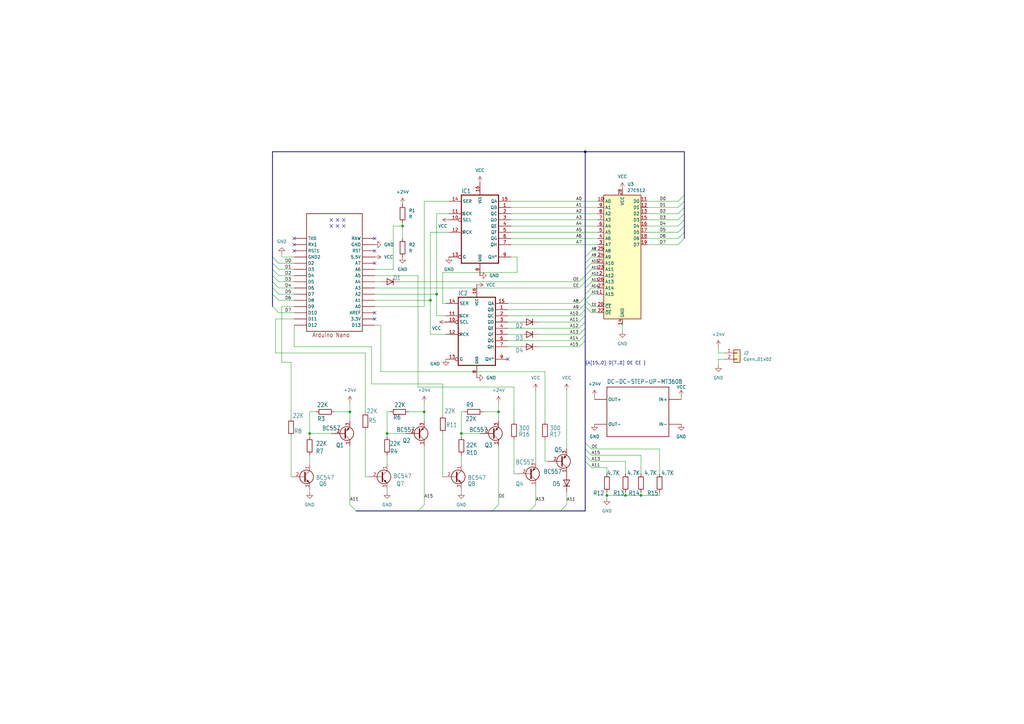
<source format=kicad_sch>
(kicad_sch (version 20231120) (generator "eeschema") (generator_version "8.0")
  (paper "A3")
  (junction (at 127 177.8))
  (junction (at 189.23 177.8))
  (junction (at 158.75 177.8))
  (junction (at 176.53 123.19))
  (junction (at 240.03 62.23))
  (junction (at 165.1 92.71))
  (junction (at 143.51 168.91))
  (junction (at 179.07 120.65))
  (junction (at 204.47 168.91))
  (junction (at 248.92 203.2))
  (junction (at 262.89 203.2))
  (junction (at 173.99 168.91))
  (junction (at 256.54 203.2))
  (no_connect (at 120.65 100.33))
  (no_connect (at 153.67 130.81))
  (no_connect (at 135.89 92.71))
  (no_connect (at 208.28 147.32))
  (no_connect (at 135.89 90.17))
  (no_connect (at 138.43 90.17))
  (no_connect (at 153.67 128.27))
  (no_connect (at 120.65 102.87))
  (no_connect (at 153.67 107.95))
  (no_connect (at 153.67 102.87))
  (no_connect (at 120.65 97.79))
  (no_connect (at 140.97 92.71))
  (no_connect (at 140.97 90.17))
  (no_connect (at 138.43 92.71))
  (no_connect (at 153.67 97.79))
  (bus_entry (at 232.41 207.01) (size -2.54 2.54))
  (bus_entry (at 242.57 128.27) (size -2.54 -2.54))
  (bus_entry (at 278.13 85.09) (size 2.54 -2.54))
  (bus_entry (at 240.03 123.19) (size 2.54 -2.54))
  (bus_entry (at 111.76 113.03) (size 2.54 2.54))
  (bus_entry (at 278.13 97.79) (size 2.54 -2.54))
  (bus_entry (at 280.67 80.01) (size -2.54 2.54))
  (bus_entry (at 242.57 125.73) (size -2.54 -2.54))
  (bus_entry (at 111.76 105.41) (size 2.54 2.54))
  (bus_entry (at 111.76 115.57) (size 2.54 2.54))
  (bus_entry (at 173.99 207.01) (size -2.54 2.54))
  (bus_entry (at 111.76 110.49) (size 2.54 2.54))
  (bus_entry (at 278.13 90.17) (size 2.54 -2.54))
  (bus_entry (at 237.49 124.46) (size 2.54 -2.54))
  (bus_entry (at 240.03 110.49) (size 2.54 -2.54))
  (bus_entry (at 278.13 92.71) (size 2.54 -2.54))
  (bus_entry (at 240.03 113.03) (size 2.54 -2.54))
  (bus_entry (at 240.03 105.41) (size 2.54 -2.54))
  (bus_entry (at 240.03 107.95) (size 2.54 -2.54))
  (bus_entry (at 242.57 184.15) (size -2.54 -2.54))
  (bus_entry (at 240.03 118.11) (size 2.54 -2.54))
  (bus_entry (at 237.49 118.11) (size 2.54 -2.54))
  (bus_entry (at 111.76 120.65) (size 2.54 2.54))
  (bus_entry (at 237.49 115.57) (size 2.54 -2.54))
  (bus_entry (at 278.13 100.33) (size 2.54 -2.54))
  (bus_entry (at 111.76 118.11) (size 2.54 2.54))
  (bus_entry (at 237.49 129.54) (size 2.54 -2.54))
  (bus_entry (at 242.57 191.77) (size -2.54 -2.54))
  (bus_entry (at 204.47 207.01) (size -2.54 2.54))
  (bus_entry (at 278.13 95.25) (size 2.54 -2.54))
  (bus_entry (at 111.76 125.73) (size 2.54 2.54))
  (bus_entry (at 111.76 107.95) (size 2.54 2.54))
  (bus_entry (at 237.49 127) (size 2.54 -2.54))
  (bus_entry (at 237.49 137.16) (size 2.54 -2.54))
  (bus_entry (at 240.03 120.65) (size 2.54 -2.54))
  (bus_entry (at 240.03 115.57) (size 2.54 -2.54))
  (bus_entry (at 237.49 134.62) (size 2.54 -2.54))
  (bus_entry (at 237.49 142.24) (size 2.54 -2.54))
  (bus_entry (at 219.71 207.01) (size -2.54 2.54))
  (bus_entry (at 237.49 132.08) (size 2.54 -2.54))
  (bus_entry (at 242.57 186.69) (size -2.54 -2.54))
  (bus_entry (at 237.49 139.7) (size 2.54 -2.54))
  (bus_entry (at 143.51 207.01) (size 2.54 2.54))
  (bus_entry (at 242.57 189.23) (size -2.54 -2.54))
  (bus_entry (at 278.13 87.63) (size 2.54 -2.54))
  (wire (pts (xy 127 189.23) (xy 127 190.5)) (stroke (width 0.1524)))
  (bus (pts (xy 111.76 113.03) (xy 111.76 110.49)))
  (wire (pts (xy 223.52 152.4) (xy 156.21 152.4)) (stroke (width 0.1524)))
  (wire (pts (xy 171.45 113.03) (xy 171.45 158.75)) (stroke (width 0.1524)))
  (bus (pts (xy 240.03 113.03) (xy 240.03 115.57)))
  (bus (pts (xy 146.05 209.55) (xy 171.45 209.55)))
  (wire (pts (xy 184.15 87.63) (xy 179.07 87.63)) (stroke (width 0.1524)))
  (wire (pts (xy 120.65 130.81) (xy 113.03 130.81)) (stroke (width 0.1524)))
  (wire (pts (xy 153.67 115.57) (xy 156.21 115.57)))
  (wire (pts (xy 223.52 170.18) (xy 223.52 152.4)) (stroke (width 0.1524)))
  (bus (pts (xy 280.67 90.17) (xy 280.67 92.71)))
  (bus (pts (xy 240.03 105.41) (xy 240.03 107.95)))
  (wire (pts (xy 265.43 90.17) (xy 278.13 90.17)) (stroke (width 0.1524)))
  (wire (pts (xy 153.67 113.03) (xy 171.45 113.03)) (stroke (width 0.1524)))
  (wire (pts (xy 209.55 100.33) (xy 245.11 100.33)) (stroke (width 0.1524)))
  (bus (pts (xy 240.03 129.54) (xy 240.03 132.08)))
  (wire (pts (xy 152.4 142.24) (xy 152.4 157.48)) (stroke (width 0.1524)))
  (bus (pts (xy 240.03 137.16) (xy 240.03 139.7)))
  (wire (pts (xy 173.99 182.88) (xy 173.99 207.01)) (stroke (width 0.1524)))
  (wire (pts (xy 113.03 144.78) (xy 149.86 144.78)) (stroke (width 0.1524)))
  (wire (pts (xy 279.4 163.83) (xy 279.4 162.56)) (stroke (width 0.1524)))
  (bus (pts (xy 280.67 62.23) (xy 280.67 80.01)))
  (wire (pts (xy 163.83 115.57) (xy 231.14 115.57)) (stroke (width 0.1524)))
  (bus (pts (xy 280.67 85.09) (xy 280.67 87.63)))
  (wire (pts (xy 181.61 157.48) (xy 152.4 157.48)) (stroke (width 0.1524)))
  (wire (pts (xy 204.47 172.72) (xy 204.47 168.91)) (stroke (width 0.1524)))
  (wire (pts (xy 181.61 195.58) (xy 181.61 180.34)) (stroke (width 0.1524)))
  (wire (pts (xy 189.23 186.69) (xy 189.23 189.23)))
  (wire (pts (xy 165.1 92.71) (xy 165.1 95.25)) (stroke (width 0.1524)))
  (wire (pts (xy 156.21 152.4) (xy 156.21 133.35)) (stroke (width 0.1524)))
  (wire (pts (xy 189.23 168.91) (xy 189.23 177.8)) (stroke (width 0.1524)))
  (wire (pts (xy 270.51 203.2) (xy 262.89 203.2)) (stroke (width 0.1524)))
  (wire (pts (xy 114.3 113.03) (xy 120.65 113.03)))
  (wire (pts (xy 181.61 177.8) (xy 181.61 180.34)))
  (wire (pts (xy 208.28 129.54) (xy 237.49 129.54)) (stroke (width 0.1524)))
  (wire (pts (xy 210.82 158.75) (xy 210.82 170.18)) (stroke (width 0.1524)))
  (wire (pts (xy 248.92 203.2) (xy 248.92 201.93)) (stroke (width 0.1524)))
  (wire (pts (xy 245.11 118.11) (xy 242.57 118.11)) (stroke (width 0.1524)))
  (wire (pts (xy 179.07 120.65) (xy 179.07 129.54)) (stroke (width 0.1524)))
  (wire (pts (xy 189.23 177.8) (xy 189.23 179.07)) (stroke (width 0.1524)))
  (bus (pts (xy 111.76 120.65) (xy 111.76 118.11)))
  (wire (pts (xy 270.51 191.77) (xy 270.51 194.31)))
  (wire (pts (xy 245.11 115.57) (xy 242.57 115.57)) (stroke (width 0.1524)))
  (wire (pts (xy 189.23 177.8) (xy 196.85 177.8)))
  (wire (pts (xy 210.82 180.34) (xy 210.82 194.31)) (stroke (width 0.1524)))
  (bus (pts (xy 280.67 80.01) (xy 280.67 82.55)))
  (bus (pts (xy 240.03 62.23) (xy 280.67 62.23)))
  (wire (pts (xy 114.3 123.19) (xy 120.65 123.19)))
  (bus (pts (xy 111.76 105.41) (xy 111.76 107.95)))
  (wire (pts (xy 114.3 120.65) (xy 120.65 120.65)))
  (wire (pts (xy 129.54 168.91) (xy 127 168.91)) (stroke (width 0.1524)))
  (wire (pts (xy 265.43 100.33) (xy 278.13 100.33)) (stroke (width 0.1524)))
  (wire (pts (xy 139.7 168.91) (xy 143.51 168.91)) (stroke (width 0.1524)))
  (wire (pts (xy 173.99 165.1) (xy 173.99 168.91)) (stroke (width 0.1524)))
  (wire (pts (xy 119.38 105.41) (xy 115.57 105.41)))
  (wire (pts (xy 176.53 123.19) (xy 176.53 137.16)) (stroke (width 0.1524)))
  (wire (pts (xy 245.11 113.03) (xy 242.57 113.03)) (stroke (width 0.1524)))
  (wire (pts (xy 181.61 170.18) (xy 181.61 157.48)) (stroke (width 0.1524)))
  (wire (pts (xy 270.51 184.15) (xy 242.57 184.15)) (stroke (width 0.1524)))
  (wire (pts (xy 265.43 85.09) (xy 278.13 85.09)) (stroke (width 0.1524)))
  (wire (pts (xy 173.99 168.91) (xy 173.99 172.72)) (stroke (width 0.1524)))
  (wire (pts (xy 209.55 87.63) (xy 245.11 87.63)) (stroke (width 0.1524)))
  (wire (pts (xy 208.28 142.24) (xy 213.36 142.24)))
  (wire (pts (xy 167.64 168.91) (xy 170.18 168.91)))
  (bus (pts (xy 280.67 87.63) (xy 280.67 90.17)))
  (wire (pts (xy 245.11 107.95) (xy 242.57 107.95)) (stroke (width 0.1524)))
  (wire (pts (xy 209.55 95.25) (xy 245.11 95.25)) (stroke (width 0.1524)))
  (bus (pts (xy 240.03 120.65) (xy 240.03 121.92)))
  (wire (pts (xy 160.02 168.91) (xy 158.75 168.91)) (stroke (width 0.1524)))
  (wire (pts (xy 143.51 182.88) (xy 143.51 207.01)))
  (wire (pts (xy 265.43 97.79) (xy 278.13 97.79)))
  (bus (pts (xy 240.03 184.15) (xy 240.03 181.61)))
  (wire (pts (xy 184.15 95.25) (xy 176.53 95.25)) (stroke (width 0.1524)))
  (wire (pts (xy 115.57 125.73) (xy 120.65 125.73)) (stroke (width 0.1524)))
  (wire (pts (xy 208.28 127) (xy 237.49 127)) (stroke (width 0.1524)))
  (wire (pts (xy 220.98 142.24) (xy 237.49 142.24)))
  (wire (pts (xy 115.57 148.59) (xy 119.38 148.59)) (stroke (width 0.1524)))
  (wire (pts (xy 127 177.8) (xy 127 179.07)) (stroke (width 0.1524)))
  (wire (pts (xy 262.89 191.77) (xy 262.89 194.31)))
  (wire (pts (xy 149.86 176.53) (xy 149.86 195.58)))
  (bus (pts (xy 111.76 118.11) (xy 111.76 115.57)))
  (wire (pts (xy 179.07 87.63) (xy 179.07 120.65)) (stroke (width 0.1524)))
  (wire (pts (xy 210.82 170.18) (xy 210.82 172.72)))
  (wire (pts (xy 209.55 82.55) (xy 245.11 82.55)) (stroke (width 0.1524)))
  (wire (pts (xy 209.55 92.71) (xy 245.11 92.71)) (stroke (width 0.1524)))
  (wire (pts (xy 256.54 201.93) (xy 256.54 203.2)) (stroke (width 0.1524)))
  (wire (pts (xy 245.11 110.49) (xy 242.57 110.49)) (stroke (width 0.1524)))
  (wire (pts (xy 158.75 177.8) (xy 166.37 177.8)))
  (wire (pts (xy 245.11 102.87) (xy 242.57 102.87)) (stroke (width 0.1524)))
  (wire (pts (xy 220.98 132.08) (xy 237.49 132.08)))
  (bus (pts (xy 240.03 186.69) (xy 240.03 184.15)))
  (wire (pts (xy 119.38 179.07) (xy 119.38 195.58)) (stroke (width 0.1524)))
  (wire (pts (xy 255.27 133.35) (xy 255.27 135.89)))
  (wire (pts (xy 176.53 95.25) (xy 176.53 123.19)) (stroke (width 0.1524)))
  (wire (pts (xy 223.52 189.23) (xy 224.79 189.23)))
  (wire (pts (xy 204.47 165.1) (xy 204.47 168.91)))
  (bus (pts (xy 171.45 209.55) (xy 201.93 209.55)))
  (bus (pts (xy 111.76 62.23) (xy 111.76 105.41)))
  (wire (pts (xy 114.3 118.11) (xy 120.65 118.11)))
  (wire (pts (xy 153.67 125.73) (xy 173.99 125.73)) (stroke (width 0.1524)))
  (wire (pts (xy 173.99 125.73) (xy 173.99 82.55)) (stroke (width 0.1524)))
  (bus (pts (xy 240.03 124.46) (xy 240.03 125.73)))
  (bus (pts (xy 280.67 95.25) (xy 280.67 97.79)))
  (wire (pts (xy 149.86 195.58) (xy 151.13 195.58)))
  (wire (pts (xy 245.11 105.41) (xy 242.57 105.41)) (stroke (width 0.1524)))
  (wire (pts (xy 265.43 95.25) (xy 278.13 95.25)) (stroke (width 0.1524)))
  (wire (pts (xy 158.75 186.69) (xy 158.75 189.23)))
  (bus (pts (xy 240.03 132.08) (xy 240.03 134.62)))
  (bus (pts (xy 240.03 209.55) (xy 240.03 189.23)))
  (bus (pts (xy 201.93 209.55) (xy 217.17 209.55)))
  (bus (pts (xy 240.03 139.7) (xy 240.03 181.61)))
  (bus (pts (xy 111.76 62.23) (xy 240.03 62.23)))
  (bus (pts (xy 217.17 209.55) (xy 229.87 209.55)))
  (wire (pts (xy 113.03 130.81) (xy 113.03 144.78)) (stroke (width 0.1524)))
  (wire (pts (xy 204.47 182.88) (xy 204.47 207.01)) (stroke (width 0.1524)))
  (wire (pts (xy 208.28 134.62) (xy 237.49 134.62)) (stroke (width 0.1524)))
  (wire (pts (xy 294.64 147.32) (xy 297.18 147.32)))
  (wire (pts (xy 149.86 144.78) (xy 149.86 168.91)) (stroke (width 0.1524)))
  (wire (pts (xy 210.82 194.31) (xy 212.09 194.31)))
  (wire (pts (xy 115.57 125.73) (xy 115.57 148.59)) (stroke (width 0.1524)))
  (wire (pts (xy 114.3 110.49) (xy 120.65 110.49)))
  (wire (pts (xy 208.28 124.46) (xy 237.49 124.46)) (stroke (width 0.1524)))
  (wire (pts (xy 223.52 189.23) (xy 223.52 180.34)) (stroke (width 0.1524)))
  (bus (pts (xy 240.03 127) (xy 240.03 129.54)))
  (wire (pts (xy 219.71 189.23) (xy 219.71 160.02)) (stroke (width 0.1524)))
  (wire (pts (xy 209.55 90.17) (xy 245.11 90.17)) (stroke (width 0.1524)))
  (wire (pts (xy 208.28 132.08) (xy 213.36 132.08)))
  (bus (pts (xy 240.03 118.11) (xy 240.03 120.65)))
  (bus (pts (xy 111.76 110.49) (xy 111.76 107.95)))
  (wire (pts (xy 198.12 168.91) (xy 200.66 168.91)))
  (wire (pts (xy 208.28 137.16) (xy 213.36 137.16)))
  (wire (pts (xy 256.54 191.77) (xy 256.54 189.23)) (stroke (width 0.1524)))
  (wire (pts (xy 158.75 190.5) (xy 158.75 189.23)) (stroke (width 0.1524)))
  (wire (pts (xy 294.64 142.24) (xy 294.64 144.78)))
  (wire (pts (xy 262.89 191.77) (xy 262.89 186.69)) (stroke (width 0.1524)))
  (wire (pts (xy 256.54 189.23) (xy 242.57 189.23)) (stroke (width 0.1524)))
  (bus (pts (xy 229.87 209.55) (xy 240.03 209.55)))
  (wire (pts (xy 153.67 123.19) (xy 176.53 123.19)) (stroke (width 0.1524)))
  (bus (pts (xy 240.03 107.95) (xy 240.03 110.49)))
  (wire (pts (xy 181.61 111.76) (xy 181.61 124.46)) (stroke (width 0.1524)))
  (wire (pts (xy 256.54 191.77) (xy 256.54 194.31)))
  (wire (pts (xy 165.1 91.44) (xy 165.1 92.71)) (stroke (width 0.1524)))
  (wire (pts (xy 153.67 118.11) (xy 229.87 118.11)) (stroke (width 0.1524)))
  (wire (pts (xy 137.16 168.91) (xy 139.7 168.91)))
  (wire (pts (xy 119.38 105.41) (xy 120.65 105.41)) (stroke (width 0.1524)))
  (wire (pts (xy 232.41 184.15) (xy 232.41 160.02)) (stroke (width 0.1524)))
  (bus (pts (xy 280.67 92.71) (xy 280.67 95.25)))
  (wire (pts (xy 120.65 142.24) (xy 152.4 142.24)) (stroke (width 0.1524)))
  (wire (pts (xy 262.89 186.69) (xy 242.57 186.69)) (stroke (width 0.1524)))
  (bus (pts (xy 111.76 125.73) (xy 111.76 120.65)))
  (bus (pts (xy 240.03 110.49) (xy 240.03 113.03)))
  (wire (pts (xy 270.51 191.77) (xy 270.51 184.15)) (stroke (width 0.1524)))
  (wire (pts (xy 243.84 163.83) (xy 243.84 162.56)) (stroke (width 0.1524)))
  (bus (pts (xy 111.76 115.57) (xy 111.76 113.03)))
  (wire (pts (xy 248.92 204.47) (xy 248.92 203.2)) (stroke (width 0.1524)))
  (wire (pts (xy 143.51 168.91) (xy 143.51 172.72)) (stroke (width 0.1524)))
  (wire (pts (xy 232.41 201.93) (xy 232.41 203.2)))
  (wire (pts (xy 171.45 158.75) (xy 210.82 158.75)) (stroke (width 0.1524)))
  (wire (pts (xy 219.71 199.39) (xy 219.71 207.01)) (stroke (width 0.1524)))
  (wire (pts (xy 220.98 137.16) (xy 237.49 137.16)))
  (wire (pts (xy 127 186.69) (xy 127 189.23)))
  (wire (pts (xy 265.43 92.71) (xy 278.13 92.71)) (stroke (width 0.1524)))
  (wire (pts (xy 156.21 133.35) (xy 153.67 133.35)) (stroke (width 0.1524)))
  (wire (pts (xy 262.89 201.93) (xy 262.89 203.2)) (stroke (width 0.1524)))
  (wire (pts (xy 232.41 203.2) (xy 232.41 207.01)) (stroke (width 0.1524)))
  (wire (pts (xy 119.38 148.59) (xy 119.38 168.91)) (stroke (width 0.1524)))
  (wire (pts (xy 209.55 105.41) (xy 212.09 105.41)) (stroke (width 0.1524)))
  (wire (pts (xy 212.09 111.76) (xy 181.61 111.76)) (stroke (width 0.1524)))
  (wire (pts (xy 248.92 191.77) (xy 248.92 194.31)))
  (wire (pts (xy 181.61 124.46) (xy 182.88 124.46)) (stroke (width 0.1524)))
  (wire (pts (xy 256.54 203.2) (xy 248.92 203.2)) (stroke (width 0.1524)))
  (wire (pts (xy 245.11 128.27) (xy 242.57 128.27)) (stroke (width 0.1524)))
  (wire (pts (xy 294.64 147.32) (xy 294.64 149.86)))
  (wire (pts (xy 170.18 168.91) (xy 173.99 168.91)) (stroke (width 0.1524)))
  (wire (pts (xy 158.75 168.91) (xy 158.75 177.8)) (stroke (width 0.1524)))
  (wire (pts (xy 127 177.8) (xy 135.89 177.8)))
  (wire (pts (xy 158.75 177.8) (xy 158.75 179.07)) (stroke (width 0.1524)))
  (wire (pts (xy 262.89 203.2) (xy 256.54 203.2)) (stroke (width 0.1524)))
  (wire (pts (xy 165.1 95.25) (xy 165.1 97.79)))
  (bus (pts (xy 280.67 82.55) (xy 280.67 85.09)))
  (wire (pts (xy 153.67 110.49) (xy 161.29 110.49)) (stroke (width 0.1524)))
  (wire (pts (xy 114.3 107.95) (xy 120.65 107.95)))
  (wire (pts (xy 209.55 97.79) (xy 245.11 97.79)) (stroke (width 0.1524)))
  (wire (pts (xy 153.67 120.65) (xy 179.07 120.65)) (stroke (width 0.1524)))
  (wire (pts (xy 143.51 165.1) (xy 143.51 168.91)) (stroke (width 0.1524)))
  (wire (pts (xy 189.23 190.5) (xy 189.23 189.23)) (stroke (width 0.1524)))
  (wire (pts (xy 245.11 120.65) (xy 242.57 120.65)) (stroke (width 0.1524)))
  (wire (pts (xy 114.3 115.57) (xy 120.65 115.57)))
  (wire (pts (xy 265.43 87.63) (xy 278.13 87.63)) (stroke (width 0.1524)))
  (wire (pts (xy 229.87 118.11) (xy 237.49 118.11)))
  (bus (pts (xy 240.03 115.57) (xy 240.03 118.11)))
  (wire (pts (xy 223.52 170.18) (xy 223.52 172.72)))
  (wire (pts (xy 176.53 137.16) (xy 182.88 137.16)) (stroke (width 0.1524)))
  (wire (pts (xy 119.38 168.91) (xy 119.38 171.45)))
  (wire (pts (xy 179.07 129.54) (xy 182.88 129.54)) (stroke (width 0.1524)))
  (wire (pts (xy 127 168.91) (xy 127 177.8)) (stroke (width 0.1524)))
  (wire (pts (xy 189.23 201.93) (xy 189.23 200.66)) (stroke (width 0.1524)))
  (wire (pts (xy 161.29 92.71) (xy 165.1 92.71)) (stroke (width 0.1524)))
  (wire (pts (xy 190.5 168.91) (xy 189.23 168.91)) (stroke (width 0.1524)))
  (wire (pts (xy 200.66 168.91) (xy 204.47 168.91)) (stroke (width 0.1524)))
  (wire (pts (xy 245.11 125.73) (xy 242.57 125.73)) (stroke (width 0.1524)))
  (wire (pts (xy 115.57 105.41) (xy 115.57 104.14)))
  (wire (pts (xy 173.99 82.55) (xy 184.15 82.55)) (stroke (width 0.1524)))
  (wire (pts (xy 209.55 85.09) (xy 245.11 85.09)) (stroke (width 0.1524)))
  (bus (pts (xy 240.03 123.19) (xy 240.03 124.46)))
  (bus (pts (xy 240.03 123.19) (xy 240.03 121.92)))
  (wire (pts (xy 270.51 201.93) (xy 270.51 203.2)) (stroke (width 0.1524)))
  (wire (pts (xy 208.28 139.7) (xy 237.49 139.7)) (stroke (width 0.1524)))
  (wire (pts (xy 120.65 133.35) (xy 120.65 142.24)) (stroke (width 0.1524)))
  (wire (pts (xy 278.13 82.55) (xy 265.43 82.55)))
  (wire (pts (xy 158.75 201.93) (xy 158.75 200.66)) (stroke (width 0.1524)))
  (wire (pts (xy 212.09 105.41) (xy 212.09 111.76)) (stroke (width 0.1524)))
  (bus (pts (xy 240.03 134.62) (xy 240.03 137.16)))
  (bus (pts (xy 240.03 189.23) (xy 240.03 186.69)))
  (wire (pts (xy 127 201.93) (xy 127 200.66)) (stroke (width 0.1524)))
  (wire (pts (xy 294.64 144.78) (xy 297.18 144.78)))
  (wire (pts (xy 114.3 128.27) (xy 120.65 128.27)))
  (bus (pts (xy 240.03 125.73) (xy 240.03 127)))
  (wire (pts (xy 161.29 110.49) (xy 161.29 92.71)) (stroke (width 0.1524)))
  (wire (pts (xy 231.14 115.57) (xy 237.49 115.57)))
  (bus (pts (xy 240.03 62.23) (xy 240.03 105.41)))
  (wire (pts (xy 248.92 191.77) (xy 242.57 191.77)) (stroke (width 0.1524)))
  (label "A15" (at 173.99 204.47 0) (effects (font (size 1.2446 1.2446))))
  (label "A13" (at 233.68 137.16 0) (effects (font (size 1.2446 1.2446))))
  (label "A13" (at 242.57 189.23 0) (effects (font (size 1.2446 1.2446))))
  (label "A8" (at 234.95 124.46 0) (effects (font (size 1.2446 1.2446))))
  (label "A13" (at 242.57 115.57 0) (effects (font (size 1.016 1.016))))
  (label "A4" (at 236.22 92.71 0) (effects (font (size 1.2446 1.2446))))
  (label "OE" (at 204.47 204.47 0) (effects (font (size 1.2446 1.2446))))
  (label "D5" (at 270.51 95.25 0) (effects (font (size 1.2446 1.2446))))
  (label "CE" (at 234.95 118.11 0) (effects (font (size 1.2446 1.2446))))
  (label "A9" (at 242.57 105.41 0) (effects (font (size 1.016 1.016))))
  (label "A8" (at 242.57 102.87 0) (effects (font (size 1.016 1.016))))
  (label "A5" (at 236.22 95.25 0) (effects (font (size 1.2446 1.2446))))
  (label "A10" (at 242.57 107.95 0) (effects (font (size 1.016 1.016))))
  (label "A0" (at 236.22 82.55 0) (effects (font (size 1.2446 1.2446))))
  (label "D2" (at 270.51 87.63 0) (effects (font (size 1.2446 1.2446))))
  (label "D3" (at 270.51 90.17 0) (effects (font (size 1.2446 1.2446))))
  (label "A9" (at 234.95 127 0) (effects (font (size 1.2446 1.2446))))
  (label "A2" (at 236.22 87.63 0) (effects (font (size 1.2446 1.2446))))
  (label "D1" (at 116.84 110.49 0))
  (label "A11" (at 143.51 205.74 0) (effects (font (size 1.2446 1.2446))))
  (label "D5" (at 116.84 120.65 0))
  (label "A12" (at 242.57 113.03 0) (effects (font (size 1.016 1.016))))
  (label "A7" (at 236.22 100.33 0) (effects (font (size 1.2446 1.2446))))
  (label "A15" (at 233.68 142.24 0) (effects (font (size 1.2446 1.2446))))
  (label "A14" (at 233.68 139.7 0) (effects (font (size 1.2446 1.2446))))
  (label "CE" (at 242.57 125.73 0) (effects (font (size 1.016 1.016))))
  (label "D1" (at 270.51 85.09 0) (effects (font (size 1.2446 1.2446))))
  (label "OE" (at 242.57 128.27 0) (effects (font (size 1.016 1.016))))
  (label "D3" (at 116.84 115.57 0))
  (label "D2" (at 116.84 113.03 0))
  (label "A11" (at 242.57 191.77 0) (effects (font (size 1.2446 1.2446))))
  (label "D0" (at 116.84 107.95 0))
  (label "A13" (at 219.71 205.74 0) (effects (font (size 1.2446 1.2446))))
  (label "D6" (at 270.51 97.79 0) (effects (font (size 1.2446 1.2446))))
  (label "D6" (at 116.84 123.19 0))
  (label "A3" (at 236.22 90.17 0) (effects (font (size 1.2446 1.2446))))
  (label "OE" (at 242.57 184.15 0) (effects (font (size 1.2446 1.2446))))
  (label "D7" (at 270.51 100.33 0) (effects (font (size 1.2446 1.2446))))
  (label "A14" (at 242.57 118.11 0) (effects (font (size 1.016 1.016))))
  (label "D4" (at 270.51 92.71 0) (effects (font (size 1.2446 1.2446))))
  (label "A15" (at 242.57 186.69 0) (effects (font (size 1.2446 1.2446))))
  (label "A11" (at 233.68 132.08 0) (effects (font (size 1.2446 1.2446))))
  (label "OE" (at 234.95 115.57 0) (effects (font (size 1.2446 1.2446))))
  (label "A11" (at 242.57 110.49 0) (effects (font (size 1.016 1.016))))
  (label "D0" (at 270.51 82.55 0))
  (label "{A[15..0] D[7..0] OE CE }" (at 240.03 149.86 0))
  (label "A6" (at 236.22 97.79 0) (effects (font (size 1.2446 1.2446))))
  (label "A15" (at 242.57 120.65 0) (effects (font (size 1.016 1.016))))
  (label "A1" (at 236.22 85.09 0) (effects (font (size 1.2446 1.2446))))
  (label "D7" (at 116.84 128.27 0))
  (label "D4" (at 116.84 118.11 0))
  (label "A11" (at 232.41 205.74 0) (effects (font (size 1.2446 1.2446))))
  (label "A12" (at 233.68 134.62 0) (effects (font (size 1.2446 1.2446))))
  (label "A10" (at 233.68 129.54 0) (effects (font (size 1.2446 1.2446))))
  (symbol (lib_id "power:GND") (at 153.67 100.33 90) (unit 1)
    (property "Reference" "#PWR09" (effects (hide yes)))
    (property "Value" "GND" (at 157.48 100.3299 90) (effects (justify right)))
    (property "Description" "Power symbol creates a global label with name \"GND\" , ground" (effects (hide yes)))
  )
  (symbol (lib_id "power:GND") (at 196.85 113.03 90) (unit 1)
    (property "Reference" "#PWR011" (effects (hide yes)))
    (property "Value" "GND" (at 200.66 113.0299 90) (effects (justify right)))
    (property "Description" "Power symbol creates a global label with name \"GND\" , ground" (effects (hide yes)))
  )
  (symbol (lib_id "Device:R") (at 223.52 176.53 0) (unit 1)
    (property "Reference" "R17" (at 225.425 179.07 0) (effects (font (size 1.778 1.5113)) (justify left bottom)))
    (property "Value" "300" (at 225.425 176.53 0) (effects (font (size 1.778 1.5113)) (justify left bottom)))
    (property "Footprint" "Resistor_THT:R_Axial_DIN0207_L6.3mm_D2.5mm_P10.16mm_Horizontal" (effects (hide yes)))
  )
  (symbol (lib_id "Device:R") (at 248.92 198.12 0) (unit 1)
    (property "Reference" "R12" (at 243.205 203.2 0) (effects (font (size 1.778 1.5113)) (justify left bottom)))
    (property "Value" "4.7K" (at 248.92 194.945 0) (effects (font (size 1.778 1.5113)) (justify left bottom)))
    (property "Footprint" "Resistor_THT:R_Axial_DIN0207_L6.3mm_D2.5mm_P10.16mm_Horizontal" (effects (hide yes)))
  )
  (symbol (lib_id "Device:R") (at 194.31 168.91 90) (unit 1)
    (property "Reference" "R9" (at 194.31 165.1 90) (effects (font (size 1.778 1.5113)) (justify left bottom)))
    (property "Value" "22K" (at 195.58 170.815 90) (effects (font (size 1.778 1.5113)) (justify left bottom)))
    (property "Footprint" "Resistor_THT:R_Axial_DIN0207_L6.3mm_D2.5mm_P10.16mm_Horizontal" (effects (hide yes)))
  )
  (symbol (lib_id "Diode:1N4448") (at 217.17 137.16 180) (unit 1)
    (property "Reference" "D3" (at 214.63 137.6426 0) (effects (font (size 1.778 1.5113)) (justify left bottom)))
    (property "Value" "1N4148" (effects (hide yes)))
    (property "Footprint" "Diode_THT:D_DO-35_SOD27_P7.62mm_Horizontal" (effects (hide yes)))
    (property "Datasheet" "https://assets.nexperia.com/documents/data-sheet/1N4148_1N4448.pdf" (effects (hide yes)))
    (property "Sim.Device" "D" (effects (hide yes)))
    (property "Sim.Pins" "1=K 2=A" (effects (hide yes)))
  )
  (symbol (lib_id "Diode:1N4448") (at 217.17 142.24 180) (unit 1)
    (property "Reference" "D4" (at 214.63 142.7226 0) (effects (font (size 1.778 1.5113)) (justify left bottom)))
    (property "Value" "1N4148" (effects (hide yes)))
    (property "Footprint" "Diode_THT:D_DO-35_SOD27_P7.62mm_Horizontal" (effects (hide yes)))
    (property "Datasheet" "https://assets.nexperia.com/documents/data-sheet/1N4148_1N4448.pdf" (effects (hide yes)))
    (property "Sim.Device" "D" (effects (hide yes)))
    (property "Sim.Pins" "1=K 2=A" (effects (hide yes)))
  )
  (symbol (lib_id "Transistor_BJT:BC557") (at 217.17 194.31 0) (mirror x) (unit 1)
    (property "Reference" "Q4" (at 211.455 197.485 0) (effects (font (size 1.778 1.5113)) (justify left bottom)))
    (property "Value" "BC557" (at 211.455 188.595 0) (effects (font (size 1.778 1.5113)) (justify left bottom)))
    (property "Footprint" "Package_TO_SOT_THT:TO-92_Inline" (effects (hide yes)))
    (property "Datasheet" "https://www.onsemi.com/pub/Collateral/BC556BTA-D.pdf" (effects (hide yes)))
  )
  (symbol (lib_id "power:+24V") (at 294.64 142.24 0) (unit 1)
    (property "Reference" "#PWR030" (effects (hide yes)))
    (property "Value" "+24V" (at 294.64 137.16 0))
    (property "Description" "Power symbol creates a global label with name \"+24V\"" (effects (hide yes)))
  )
  (symbol (lib_id "eprom_progr:DC-DC-STEP-UP-MT3608") (at 261.62 168.91 0) (unit 1)
    (property "Reference" "U2" (effects (hide yes)))
    (property "Value" "DC-DC-STEP-UP-MT3608" (at 248.92 157.48 0) (effects (font (size 1.778 1.5113)) (justify left bottom)))
    (property "Footprint" "Library_eprom_prog:MT3608" (effects (hide yes)))
  )
  (symbol (lib_id "power:VCC") (at 255.27 77.47 0) (unit 1)
    (property "Reference" "#PWR02" (effects (hide yes)))
    (property "Value" "VCC" (at 255.27 72.39 0))
    (property "Description" "Power symbol creates a global label with name \"VCC\"" (effects (hide yes)))
  )
  (symbol (lib_id "Device:R") (at 119.38 175.26 0) (unit 1)
    (property "Reference" "R8" (at 120.65 177.8 0) (effects (font (size 1.778 1.5113)) (justify left bottom)))
    (property "Value" "22K" (at 120.015 171.45 0) (effects (font (size 1.778 1.5113)) (justify left bottom)))
    (property "Footprint" "Resistor_THT:R_Axial_DIN0207_L6.3mm_D2.5mm_P10.16mm_Horizontal" (effects (hide yes)))
  )
  (symbol (lib_id "Diode:1N4448") (at 160.02 115.57 180) (unit 1)
    (property "Reference" "D1" (at 164.465 113.03 0) (effects (font (size 1.778 1.5113)) (justify left bottom)))
    (property "Value" "1N4148" (effects (hide yes)))
    (property "Footprint" "Diode_THT:D_DO-35_SOD27_P7.62mm_Horizontal" (effects (hide yes)))
    (property "Datasheet" "https://assets.nexperia.com/documents/data-sheet/1N4148_1N4448.pdf" (effects (hide yes)))
    (property "Sim.Device" "D" (effects (hide yes)))
    (property "Sim.Pins" "1=K 2=A" (effects (hide yes)))
  )
  (symbol (lib_name "VCC_8") (lib_id "power:VCC") (at 153.67 105.41 270) (unit 1)
    (property "Reference" "#PWR04" (effects (hide yes)))
    (property "Value" "VCC" (at 157.48 105.4099 90) (effects (justify left)))
    (property "Description" "Power symbol creates a global label with name \"VCC\"" (effects (hide yes)))
  )
  (symbol (lib_id "Device:R") (at 262.89 198.12 0) (unit 1)
    (property "Reference" "R14" (at 257.81 203.2 0) (effects (font (size 1.778 1.5113)) (justify left bottom)))
    (property "Value" "4.7K" (at 264.16 194.945 0) (effects (font (size 1.778 1.5113)) (justify left bottom)))
    (property "Footprint" "Resistor_THT:R_Axial_DIN0207_L6.3mm_D2.5mm_P10.16mm_Horizontal" (effects (hide yes)))
  )
  (symbol (lib_id "Transistor_BJT:BC557") (at 229.87 189.23 0) (mirror x) (unit 1)
    (property "Reference" "Q5" (at 227.33 183.515 0) (effects (font (size 1.778 1.5113)) (justify left bottom)))
    (property "Value" "BC557" (at 222.885 192.405 0) (effects (font (size 1.778 1.5113)) (justify left bottom)))
    (property "Footprint" "Package_TO_SOT_THT:TO-92_Inline" (effects (hide yes)))
    (property "Datasheet" "https://www.onsemi.com/pub/Collateral/BC556BTA-D.pdf" (effects (hide yes)))
  )
  (symbol (lib_id "Device:R") (at 165.1 87.63 0) (unit 1)
    (property "Reference" "R1" (at 167.64 86.36 0) (effects (justify left)))
    (property "Value" "R" (at 167.64 88.9 0) (effects (justify left)))
    (property "Footprint" "Resistor_THT:R_Axial_DIN0207_L6.3mm_D2.5mm_P10.16mm_Horizontal" (effects (hide yes)))
  )
  (symbol (lib_id "Transistor_BJT:BC547") (at 156.21 195.58 0) (unit 1)
    (property "Reference" "Q7" (at 162.56 199.39 0) (effects (font (size 1.778 1.5113)) (justify left bottom)))
    (property "Value" "BC547" (at 161.29 196.215 0) (effects (font (size 1.778 1.5113)) (justify left bottom)))
    (property "Footprint" "Package_TO_SOT_THT:TO-92_Inline" (effects (hide yes)))
    (property "Datasheet" "https://www.onsemi.com/pub/Collateral/BC550-D.pdf" (effects (hide yes)))
  )
  (symbol (lib_id "Device:R") (at 189.23 182.88 0) (unit 1)
    (property "Reference" "R10" (at 191.135 186.69 0) (effects (font (size 1.778 1.5113)) (justify left bottom)))
    (property "Value" "22K" (at 191.135 183.515 0) (effects (font (size 1.778 1.5113)) (justify left bottom)))
    (property "Footprint" "Resistor_THT:R_Axial_DIN0207_L6.3mm_D2.5mm_P10.16mm_Horizontal" (effects (hide yes)))
  )
  (symbol (lib_id "power:GND") (at 279.4 173.99 0) (unit 1)
    (property "Reference" "#PWR019" (effects (hide yes)))
    (property "Value" "GND" (at 279.4 179.07 0))
    (property "Description" "Power symbol creates a global label with name \"GND\" , ground" (effects (hide yes)))
  )
  (symbol (lib_name "VCC_6") (lib_id "power:VCC") (at 182.88 132.08 90) (unit 1)
    (property "Reference" "#PWR013" (effects (hide yes)))
    (property "Value" "VCC" (at 180.975 134.62 90) (effects (justify left)))
    (property "Description" "Power symbol creates a global label with name \"VCC\"" (effects (hide yes)))
  )
  (symbol (lib_id "Device:R") (at 270.51 198.12 0) (unit 1)
    (property "Reference" "R15" (at 265.43 203.2 0) (effects (font (size 1.778 1.5113)) (justify left bottom)))
    (property "Value" "4.7K" (at 271.145 194.945 0) (effects (font (size 1.778 1.5113)) (justify left bottom)))
    (property "Footprint" "Resistor_THT:R_Axial_DIN0207_L6.3mm_D2.5mm_P10.16mm_Horizontal" (effects (hide yes)))
  )
  (symbol (lib_id "Transistor_BJT:BC557") (at 201.93 177.8 0) (mirror x) (unit 1)
    (property "Reference" "Q3" (at 198.755 181.61 0) (effects (font (size 1.778 1.5113)) (justify left bottom)))
    (property "Value" "BC557" (at 192.405 175.26 0) (effects (font (size 1.778 1.5113)) (justify left bottom)))
    (property "Footprint" "Package_TO_SOT_THT:TO-92_Inline" (effects (hide yes)))
    (property "Datasheet" "https://www.onsemi.com/pub/Collateral/BC556BTA-D.pdf" (effects (hide yes)))
  )
  (symbol (lib_id "power:GND") (at 195.58 154.94 90) (unit 1)
    (property "Reference" "#PWR012" (effects (hide yes)))
    (property "Value" "GND" (at 199.39 154.9399 90) (effects (justify right)))
    (property "Description" "Power symbol creates a global label with name \"GND\" , ground" (effects (hide yes)))
  )
  (symbol (lib_id "Device:R") (at 149.86 172.72 180) (unit 1)
    (property "Reference" "R5" (at 154.305 171.45 0) (effects (font (size 1.778 1.5113)) (justify left bottom)))
    (property "Value" "22K" (at 154.94 167.64 0) (effects (font (size 1.778 1.5113)) (justify left bottom)))
    (property "Footprint" "Resistor_THT:R_Axial_DIN0207_L6.3mm_D2.5mm_P10.16mm_Horizontal" (effects (hide yes)))
  )
  (symbol (lib_id "Transistor_BJT:BC547") (at 124.46 195.58 0) (unit 1)
    (property "Reference" "Q6" (at 130.81 199.39 0) (effects (font (size 1.778 1.5113)) (justify left bottom)))
    (property "Value" "BC547" (at 129.54 196.85 0) (effects (font (size 1.778 1.5113)) (justify left bottom)))
    (property "Footprint" "Package_TO_SOT_THT:TO-92_Inline" (effects (hide yes)))
    (property "Datasheet" "https://www.onsemi.com/pub/Collateral/BC550-D.pdf" (effects (hide yes)))
  )
  (symbol (lib_name "+24V_5") (lib_id "power:+24V") (at 173.99 165.1 0) (unit 1)
    (property "Reference" "#PWR027" (effects (hide yes)))
    (property "Value" "+24V" (at 173.99 160.02 0))
    (property "Description" "Power symbol creates a global label with name \"+24V\"" (effects (hide yes)))
  )
  (symbol (lib_id "power:GND") (at 255.27 135.89 0) (unit 1)
    (property "Reference" "#PWR017" (effects (hide yes)))
    (property "Value" "GND" (at 255.27 140.97 0))
    (property "Description" "Power symbol creates a global label with name \"GND\" , ground" (effects (hide yes)))
  )
  (symbol (lib_id "power:GND") (at 182.88 147.32 0) (unit 1)
    (property "Reference" "#PWR016" (effects (hide yes)))
    (property "Value" "GND" (at 178.435 149.225 0))
    (property "Description" "Power symbol creates a global label with name \"GND\" , ground" (effects (hide yes)))
  )
  (symbol (lib_id "eprom_progr:74595D") (at 196.85 92.71 0) (unit 1)
    (property "Reference" "IC1" (at 189.23 79.375 0) (effects (font (size 1.778 1.5113)) (justify left bottom)))
    (property "Value" "74HC595D" (effects (hide yes)))
    (property "Footprint" "Package_DIP:DIP-16_W7.62mm_LongPads" (effects (hide yes)))
  )
  (symbol (lib_id "Device:R") (at 133.35 168.91 90) (unit 1)
    (property "Reference" "R3" (at 133.35 170.815 90) (effects (font (size 1.778 1.5113)) (justify left bottom)))
    (property "Value" "22K" (at 134.62 165.1 90) (effects (font (size 1.778 1.5113)) (justify left bottom)))
    (property "Footprint" "Resistor_THT:R_Axial_DIN0207_L6.3mm_D2.5mm_P10.16mm_Horizontal" (effects (hide yes)))
  )
  (symbol (lib_id "Device:R") (at 256.54 198.12 0) (unit 1)
    (property "Reference" "R13" (at 251.46 203.2 0) (effects (font (size 1.778 1.5113)) (justify left bottom)))
    (property "Value" "4.7K" (at 257.175 194.945 0) (effects (font (size 1.778 1.5113)) (justify left bottom)))
    (property "Footprint" "Resistor_THT:R_Axial_DIN0207_L6.3mm_D2.5mm_P10.16mm_Horizontal" (effects (hide yes)))
  )
  (symbol (lib_id "Transistor_BJT:BC557") (at 140.97 177.8 0) (mirror x) (unit 1)
    (property "Reference" "Q1" (at 137.795 181.61 0) (effects (font (size 1.778 1.5113)) (justify left bottom)))
    (property "Value" "BC557" (at 132.08 174.625 0) (effects (font (size 1.778 1.5113)) (justify left bottom)))
    (property "Footprint" "Package_TO_SOT_THT:TO-92_Inline" (effects (hide yes)))
    (property "Datasheet" "https://www.onsemi.com/pub/Collateral/BC556BTA-D.pdf" (effects (hide yes)))
  )
  (symbol (lib_id "Transistor_BJT:BC547") (at 186.69 195.58 0) (unit 1)
    (property "Reference" "Q8" (at 191.77 199.39 0) (effects (font (size 1.778 1.5113)) (justify left bottom)))
    (property "Value" "BC547" (at 191.77 196.85 0) (effects (font (size 1.778 1.5113)) (justify left bottom)))
    (property "Footprint" "Package_TO_SOT_THT:TO-92_Inline" (effects (hide yes)))
    (property "Datasheet" "https://www.onsemi.com/pub/Collateral/BC550-D.pdf" (effects (hide yes)))
  )
  (symbol (lib_id "Device:R") (at 158.75 182.88 180) (unit 1)
    (property "Reference" "R4" (at 163.195 184.15 0) (effects (font (size 1.778 1.5113)) (justify left bottom)))
    (property "Value" "22K" (at 164.465 180.975 0) (effects (font (size 1.778 1.5113)) (justify left bottom)))
    (property "Footprint" "Resistor_THT:R_Axial_DIN0207_L6.3mm_D2.5mm_P10.16mm_Horizontal" (effects (hide yes)))
  )
  (symbol (lib_id "power:GND") (at 184.15 105.41 0) (unit 1)
    (property "Reference" "#PWR015" (effects (hide yes)))
    (property "Value" "GND" (at 184.15 110.49 0))
    (property "Description" "Power symbol creates a global label with name \"GND\" , ground" (effects (hide yes)))
  )
  (symbol (lib_id "Device:R") (at 210.82 176.53 0) (unit 1)
    (property "Reference" "R16" (at 212.725 179.07 0) (effects (font (size 1.778 1.5113)) (justify left bottom)))
    (property "Value" "300" (at 212.725 176.53 0) (effects (font (size 1.778 1.5113)) (justify left bottom)))
    (property "Footprint" "Resistor_THT:R_Axial_DIN0207_L6.3mm_D2.5mm_P10.16mm_Horizontal" (effects (hide yes)))
  )
  (symbol (lib_id "Connector_Generic:Conn_01x02") (at 302.26 144.78 0) (unit 1)
    (property "Reference" "J2" (at 304.8 144.78 0) (effects (justify left)))
    (property "Value" "Conn_01x02" (at 304.8 147.32 0) (effects (justify left)))
    (property "Footprint" "Connector_PinHeader_2.54mm:PinHeader_1x02_P2.54mm_Vertical" (effects (hide yes)))
  )
  (symbol (lib_name "VCC_7") (lib_id "power:VCC") (at 219.71 160.02 0) (unit 1)
    (property "Reference" "#PWR08" (effects (hide yes)))
    (property "Value" "VCC" (at 219.71 154.94 0))
    (property "Description" "Power symbol creates a global label with name \"VCC\"" (effects (hide yes)))
  )
  (symbol (lib_id "eprom_progr:NANO") (at 130.81 118.11 180) (unit 1)
    (property "Reference" "U1" (effects (hide yes)))
    (property "Value" "NANO" (effects (hide yes)))
    (property "Footprint" "NANO" (effects (hide yes)))
  )
  (symbol (lib_name "VCC_3") (lib_id "power:VCC") (at 279.4 162.56 0) (unit 1)
    (property "Reference" "#PWR06" (effects (hide yes)))
    (property "Value" "VCC" (at 279.4 158.75 0))
    (property "Description" "Power symbol creates a global label with name \"VCC\"" (effects (hide yes)))
  )
  (symbol (lib_name "VCC_2") (lib_id "power:VCC") (at 184.15 90.17 90) (unit 1)
    (property "Reference" "#PWR014" (effects (hide yes)))
    (property "Value" "VCC" (at 183.515 92.71 90) (effects (justify left)))
    (property "Description" "Power symbol creates a global label with name \"VCC\"" (effects (hide yes)))
  )
  (symbol (lib_name "+24V_2") (lib_id "power:+24V") (at 143.51 165.1 0) (unit 1)
    (property "Reference" "#PWR026" (effects (hide yes)))
    (property "Value" "+24V" (at 143.51 160.02 0))
    (property "Description" "Power symbol creates a global label with name \"+24V\"" (effects (hide yes)))
  )
  (symbol (lib_name "+24V_1") (lib_id "power:+24V") (at 165.1 83.82 0) (unit 1)
    (property "Reference" "#PWR025" (effects (hide yes)))
    (property "Value" "+24V" (at 165.1 78.74 0))
    (property "Description" "Power symbol creates a global label with name \"+24V\"" (effects (hide yes)))
  )
  (symbol (lib_id "power:GND") (at 189.23 201.93 0) (unit 1)
    (property "Reference" "#PWR022" (effects (hide yes)))
    (property "Value" "GND" (at 189.23 207.01 0))
    (property "Description" "Power symbol creates a global label with name \"GND\" , ground" (effects (hide yes)))
  )
  (symbol (lib_id "power:GND") (at 165.1 105.41 0) (unit 1)
    (property "Reference" "#PWR010" (effects (hide yes)))
    (property "Value" "GND" (at 165.1 110.49 0))
    (property "Description" "Power symbol creates a global label with name \"GND\" , ground" (effects (hide yes)))
  )
  (symbol (lib_name "VCC_4") (lib_id "power:VCC") (at 232.41 160.02 0) (unit 1)
    (property "Reference" "#PWR07" (effects (hide yes)))
    (property "Value" "VCC" (at 232.41 154.94 0))
    (property "Description" "Power symbol creates a global label with name \"VCC\"" (effects (hide yes)))
  )
  (symbol (lib_name "VCC_1") (lib_id "power:VCC") (at 196.85 74.93 0) (unit 1)
    (property "Reference" "#PWR03" (effects (hide yes)))
    (property "Value" "VCC" (at 196.85 69.85 0))
    (property "Description" "Power symbol creates a global label with name \"VCC\"" (effects (hide yes)))
  )
  (symbol (lib_id "power:GND") (at 127 201.93 0) (unit 1)
    (property "Reference" "#PWR024" (effects (hide yes)))
    (property "Value" "GND" (at 127 207.01 0))
    (property "Description" "Power symbol creates a global label with name \"GND\" , ground" (effects (hide yes)))
  )
  (symbol (lib_id "eprom_progr:74595D") (at 195.58 134.62 0) (unit 1)
    (property "Reference" "IC2" (at 187.96 121.285 0) (effects (font (size 1.778 1.5113)) (justify left bottom)))
    (property "Value" "74595D" (effects (hide yes)))
    (property "Footprint" "Package_DIP:DIP-16_W7.62mm_LongPads" (effects (hide yes)))
  )
  (symbol (lib_id "power:GND") (at 158.75 201.93 0) (unit 1)
    (property "Reference" "#PWR023" (effects (hide yes)))
    (property "Value" "GND" (at 158.75 207.01 0))
    (property "Description" "Power symbol creates a global label with name \"GND\" , ground" (effects (hide yes)))
  )
  (symbol (lib_id "Device:R") (at 181.61 173.99 0) (unit 1)
    (property "Reference" "R11" (at 182.88 175.26 0) (effects (font (size 1.778 1.5113)) (justify left bottom)))
    (property "Value" "22K" (at 182.245 169.545 0) (effects (font (size 1.778 1.5113)) (justify left bottom)))
    (property "Footprint" "Resistor_THT:R_Axial_DIN0207_L6.3mm_D2.5mm_P10.16mm_Horizontal" (effects (hide yes)))
  )
  (symbol (lib_name "+24V_3") (lib_id "power:+24V") (at 204.47 165.1 0) (unit 1)
    (property "Reference" "#PWR028" (effects (hide yes)))
    (property "Value" "+24V" (at 204.47 160.02 0))
    (property "Description" "Power symbol creates a global label with name \"+24V\"" (effects (hide yes)))
  )
  (symbol (lib_id "Device:R") (at 163.83 168.91 90) (unit 1)
    (property "Reference" "R6" (at 164.465 170.18 90) (effects (font (size 1.778 1.5113)) (justify left bottom)))
    (property "Value" "22K" (at 166.37 165.1 90) (effects (font (size 1.778 1.5113)) (justify left bottom)))
    (property "Footprint" "Resistor_THT:R_Axial_DIN0207_L6.3mm_D2.5mm_P10.16mm_Horizontal" (effects (hide yes)))
  )
  (symbol (lib_id "Device:R") (at 127 182.88 0) (unit 1)
    (property "Reference" "R7" (at 129.54 186.055 0) (effects (font (size 1.778 1.5113)) (justify left bottom)))
    (property "Value" "22K" (at 129.54 182.88 0) (effects (font (size 1.778 1.5113)) (justify left bottom)))
    (property "Footprint" "Resistor_THT:R_Axial_DIN0207_L6.3mm_D2.5mm_P10.16mm_Horizontal" (effects (hide yes)))
  )
  (symbol (lib_id "Diode:1N4448") (at 232.41 198.12 90) (unit 1)
    (property "Reference" "D5" (at 229.87 197.485 90) (effects (font (size 1.778 1.5113)) (justify left bottom)))
    (property "Value" "1N4148" (effects (hide yes)))
    (property "Footprint" "Diode_THT:D_DO-35_SOD27_P7.62mm_Horizontal" (effects (hide yes)))
    (property "Datasheet" "https://assets.nexperia.com/documents/data-sheet/1N4148_1N4448.pdf" (effects (hide yes)))
    (property "Sim.Device" "D" (effects (hide yes)))
    (property "Sim.Pins" "1=K 2=A" (effects (hide yes)))
  )
  (symbol (lib_id "power:GND") (at 294.64 149.86 0) (unit 1)
    (property "Reference" "#PWR018" (effects (hide yes)))
    (property "Value" "GND" (at 294.64 154.94 0))
    (property "Description" "Power symbol creates a global label with name \"GND\" , ground" (effects (hide yes)))
  )
  (symbol (lib_id "power:GND") (at 243.84 173.99 0) (unit 1)
    (property "Reference" "#PWR020" (effects (hide yes)))
    (property "Value" "GND" (at 243.84 179.07 0))
    (property "Description" "Power symbol creates a global label with name \"GND\" , ground" (effects (hide yes)))
  )
  (symbol (lib_name "+24V_4") (lib_id "power:+24V") (at 243.84 162.56 0) (unit 1)
    (property "Reference" "#PWR029" (effects (hide yes)))
    (property "Value" "+24V" (at 243.84 157.48 0))
    (property "Description" "Power symbol creates a global label with name \"+24V\"" (effects (hide yes)))
  )
  (symbol (lib_id "Diode:1N4448") (at 217.17 132.08 180) (unit 1)
    (property "Reference" "D2" (at 214.63 132.5626 0) (effects (font (size 1.778 1.5113)) (justify left bottom)))
    (property "Value" "1N4148" (effects (hide yes)))
    (property "Footprint" "Diode_THT:D_DO-35_SOD27_P7.62mm_Horizontal" (effects (hide yes)))
    (property "Datasheet" "https://assets.nexperia.com/documents/data-sheet/1N4148_1N4448.pdf" (effects (hide yes)))
    (property "Sim.Device" "D" (effects (hide yes)))
    (property "Sim.Pins" "1=K 2=A" (effects (hide yes)))
  )
  (symbol (lib_id "power:GND") (at 248.92 204.47 0) (unit 1)
    (property "Reference" "#PWR021" (effects (hide yes)))
    (property "Value" "GND" (at 248.92 209.55 0))
    (property "Description" "Power symbol creates a global label with name \"GND\" , ground" (effects (hide yes)))
  )
  (symbol (lib_id "Transistor_BJT:BC557") (at 171.45 177.8 0) (mirror x) (unit 1)
    (property "Reference" "Q2" (at 165.1 179.705 0) (effects (font (size 1.778 1.5113)) (justify left bottom)))
    (property "Value" "BC557" (at 162.56 175.26 0) (effects (font (size 1.778 1.5113)) (justify left bottom)))
    (property "Footprint" "Package_TO_SOT_THT:TO-92_Inline" (effects (hide yes)))
    (property "Datasheet" "https://www.onsemi.com/pub/Collateral/BC556BTA-D.pdf" (effects (hide yes)))
  )
  (symbol (lib_id "Memory_EPROM:27C512") (at 255.27 105.41 0) (unit 1)
    (property "Reference" "U3" (at 257.2259 75.565 0) (effects (justify left)))
    (property "Value" "27C512" (at 257.2259 78.105 0) (effects (justify left)))
    (property "Footprint" "Socket:DIP_Socket-28_W11.9_W12.7_W15.24_W17.78_W18.5_3M_228-1277-00-0602J" (effects (hide yes)))
    (property "Datasheet" "http://ww1.microchip.com/downloads/en/DeviceDoc/doc0015.pdf" (effects (hide yes)))
  )
  (symbol (lib_id "Device:R") (at 165.1 101.6 0) (unit 1)
    (property "Reference" "R2" (at 167.64 100.33 0) (effects (justify left)))
    (property "Value" "R" (at 167.64 102.87 0) (effects (justify left)))
    (property "Footprint" "Resistor_THT:R_Axial_DIN0207_L6.3mm_D2.5mm_P10.16mm_Horizontal" (effects (hide yes)))
  )
  (symbol (lib_id "power:GND") (at 115.57 104.14 180) (unit 1)
    (property "Reference" "#PWR01" (effects (hide yes)))
    (property "Value" "GND" (at 115.57 99.06 0))
    (property "Description" "Power symbol creates a global label with name \"GND\" , ground" (effects (hide yes)))
  )
  (symbol (lib_name "VCC_5") (lib_id "power:VCC") (at 195.58 116.84 270) (unit 1)
    (property "Reference" "#PWR05" (effects (hide yes)))
    (property "Value" "VCC" (at 199.39 116.8399 90) (effects (justify left)))
    (property "Description" "Power symbol creates a global label with name \"VCC\"" (effects (hide yes)))
  )
)
</source>
